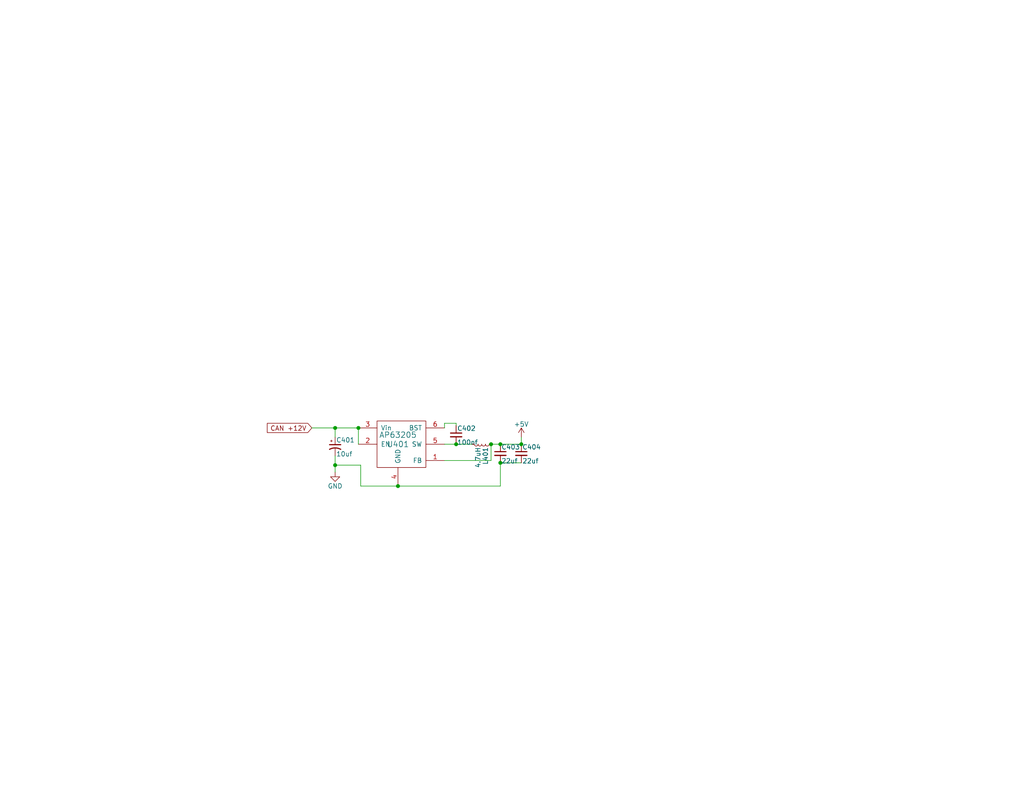
<source format=kicad_sch>
(kicad_sch (version 20211123) (generator eeschema)
  (paper "USLetter")
  (title_block (title "ESP32 S3 Multifunction Board Universal Turnout") (rev "1.0") (company "Deepwoods Software") (comment 1 "Power Supply"))
  (lib_symbols
    (symbol "ESP32-T7S3-QuadNeoPixel-rescue:+5V" (power) (pin_names (offset 0))
      (property "Value" "+5V" (at 0 3.556 0))
      (symbol "+5V_0_1"
        (polyline (pts (xy -0.762 1.27) (xy 0 2.54)))
        (polyline (pts (xy 0 0) (xy 0 2.54)))
        (polyline (pts (xy 0 2.54) (xy 0.762 1.27)))
      )
      (symbol "+5V_1_1"
        (pin power_in line (at 0 0 90) (length 0) hide (name "+5V") (number "1"))
      )
    )
    (symbol "ESP32-T7S3-QuadNeoPixel-rescue:CP1_Small" (pin_numbers hide) (pin_names (offset 0.254) hide)
      (property "Reference" "C" (at 0.254 1.778 0))
      (property "Value" "CP1_Small" (at 0.254 -2.032 0))
      (symbol "CP1_Small_0_1"
        (polyline (pts (xy -1.524 0.508) (xy 1.524 0.508)) (stroke (width 0.3048)))
        (polyline (pts (xy -1.27 1.524) (xy -0.762 1.524)))
        (polyline (pts (xy -1.016 1.27) (xy -1.016 1.778)))
        (arc (start 1.524 -0.762) (mid 0 -0.3734) (end -1.524 -0.762) (stroke (width 0.3048)))
      )
      (symbol "CP1_Small_1_1"
        (pin passive line (at 0 2.54 270) (length 2.032) (name "~") (number "1"))
        (pin passive line (at 0 -2.54 90) (length 2.032) (name "~") (number "2"))
      )
    )
    (symbol "ESP32-T7S3-QuadNeoPixel-rescue:C_Small" (pin_numbers hide) (pin_names (offset 0.254) hide)
      (property "Reference" "C" (at 0.254 1.778 0))
      (property "Value" "C_Small" (at 0.254 -2.032 0))
      (symbol "C_Small_0_1"
        (polyline (pts (xy -1.524 -0.508) (xy 1.524 -0.508)) (stroke (width 0.3302)))
        (polyline (pts (xy -1.524 0.508) (xy 1.524 0.508)) (stroke (width 0.3048)))
      )
      (symbol "C_Small_1_1"
        (pin passive line (at 0 2.54 270) (length 2.032) (name "~") (number "1"))
        (pin passive line (at 0 -2.54 90) (length 2.032) (name "~") (number "2"))
      )
    )
    (symbol "ESP32-T7S3-QuadNeoPixel-rescue:GND" (power) (pin_names (offset 0))
      (property "Value" "GND" (at 0 -3.81 0))
      (symbol "GND_0_1"
        (polyline (pts (xy 0 0) (xy 0 -1.27) (xy 1.27 -1.27) (xy 0 -2.54) (xy -1.27 -1.27) (xy 0 -1.27)))
      )
      (symbol "GND_1_1"
        (pin power_in line (at 0 0 270) (length 0) hide (name "GND") (number "1"))
      )
    )
    (symbol "ESP32-T7S3-QuadNeoPixel-rescue:L_Small" (pin_numbers hide) (pin_names (offset 0.254) hide)
      (property "Reference" "L" (at 0.762 1.016 0))
      (property "Value" "L_Small" (at 0.762 -1.016 0))
      (symbol "L_Small_0_1"
        (arc (start 0 -2.032) (mid 0.508 -1.524) (end 0 -1.016))
        (arc (start 0 -1.016) (mid 0.508 -0.508) (end 0 0))
        (arc (start 0 0) (mid 0.508 0.508) (end 0 1.016))
        (arc (start 0 1.016) (mid 0.508 1.524) (end 0 2.032))
      )
      (symbol "L_Small_1_1"
        (pin passive line (at 0 2.54 270) (length 0.508) (name "~") (number "1"))
        (pin passive line (at 0 -2.54 90) (length 0.508) (name "~") (number "2"))
      )
    )
    (symbol "ap63205:AP63205" (pin_names (offset 1.016))
      (property "Reference" "U" (at 0 0 0))
      (property "Value" "AP63205" (at 0 2.54 0))
      (symbol "AP63205_0_1"
        (rectangle (start -5.715 6.35) (end 7.62 -6.35))
      )
      (symbol "AP63205_1_1"
        (pin unspecified line (at 12.7 -4.445 180) (length 5.08) (name "FB") (number "1"))
        (pin input line (at -10.795 0 0) (length 5.08) (name "EN") (number "2"))
        (pin power_in line (at -10.795 4.445 0) (length 5.08) (name "Vin") (number "3"))
        (pin power_in line (at 0 -11.43 90) (length 5.08) (name "GND") (number "4"))
        (pin unspecified line (at 12.7 0 180) (length 5.08) (name "SW") (number "5"))
        (pin unspecified line (at 12.7 4.445 180) (length 5.08) (name "BST") (number "6"))
      )
    )
  )
  (junction (at 91.44 116.84))
  (junction (at 124.46 121.285))
  (junction (at 133.985 121.285))
  (junction (at 142.24 121.285))
  (junction (at 108.585 132.715))
  (junction (at 136.525 121.285))
  (junction (at 97.79 116.84))
  (junction (at 91.44 127))
  (junction (at 136.525 126.365))
  (wire (pts (xy 142.24 126.365) (xy 136.525 126.365)))
  (wire (pts (xy 108.585 132.715) (xy 136.525 132.715)))
  (wire (pts (xy 124.46 121.285) (xy 128.905 121.285)))
  (wire (pts (xy 97.79 116.84) (xy 97.79 121.285)))
  (wire (pts (xy 136.525 121.285) (xy 142.24 121.285)))
  (wire (pts (xy 91.44 124.46) (xy 91.44 127)))
  (wire (pts (xy 142.24 121.285) (xy 142.24 119.38)))
  (wire (pts (xy 98.425 132.715) (xy 98.425 127)))
  (wire (pts (xy 136.525 126.365) (xy 136.525 132.715)))
  (wire (pts (xy 98.425 132.715) (xy 108.585 132.715)))
  (wire (pts (xy 121.285 115.57) (xy 121.285 116.84)))
  (wire (pts (xy 121.285 121.285) (xy 124.46 121.285)))
  (wire (pts (xy 124.46 115.57) (xy 124.46 116.205)))
  (wire (pts (xy 91.44 127) (xy 91.44 128.905)))
  (wire (pts (xy 121.285 115.57) (xy 124.46 115.57)))
  (wire (pts (xy 133.985 125.73) (xy 133.985 121.285)))
  (wire (pts (xy 85.09 116.84) (xy 91.44 116.84)))
  (wire (pts (xy 133.985 125.73) (xy 121.285 125.73)))
  (wire (pts (xy 91.44 119.38) (xy 91.44 116.84)))
  (wire (pts (xy 91.44 116.84) (xy 97.79 116.84)))
  (wire (pts (xy 98.425 127) (xy 91.44 127)))
  (wire (pts (xy 133.985 121.285) (xy 136.525 121.285)))
  (global_label "CAN +12V" (shape input) (at 85.09 116.84 180) (property "Intersheet References" "${INTERSHEET_REFS}" (effects hide)))
  (symbol (lib_id "ESP32-T7S3-QuadNeoPixel-rescue:+5V") (at 142.24 119.38 0) (unit 1)
    (property "Reference" "#PWR018" (effects hide))
    (property "Value" "+5V" (at 142.24 115.824 0))
  )
  (symbol (lib_id "ap63205:AP63205") (at 108.585 121.285 0) (unit 1)
    (property "Reference" "U401" (at 108.585 121.285 0) (effects (font (size 1.524 1.524))))
    (property "Value" "AP63205" (at 108.585 118.745 0) (effects (font (size 1.524 1.524))))
    (property "Footprint" "TO_SOT_Packages_SMD:TSOT-23-6_MK06A" (effects hide))
    (property "Mouser Part Number" "621-AP63205WU-7" (effects hide))
  )
  (symbol (lib_id "ESP32-T7S3-QuadNeoPixel-rescue:CP1_Small") (at 91.44 121.92 0) (unit 1)
    (property "Reference" "C401" (at 91.694 120.142 0) (effects (justify left)))
    (property "Value" "10uf" (at 91.694 123.952 0) (effects (justify left)))
    (property "Footprint" "Capacitors_SMD:CP_Elec_5x5.3" (effects hide))
    (property "Mouser Part Number" "710-865230542002" (effects hide))
  )
  (symbol (lib_id "ESP32-T7S3-QuadNeoPixel-rescue:GND") (at 91.44 128.905 0) (unit 1)
    (property "Reference" "#PWR019" (effects hide))
    (property "Value" "GND" (at 91.44 132.715 0))
  )
  (symbol (lib_id "ESP32-T7S3-QuadNeoPixel-rescue:C_Small") (at 124.46 118.745 0) (unit 1)
    (property "Reference" "C402" (at 124.714 116.967 0) (effects (justify left)))
    (property "Value" "100nf" (at 124.714 120.777 0) (effects (justify left)))
    (property "Footprint" "Capacitors_SMD:C_0603" (effects hide))
    (property "Mouser Part Number" "710-885012206020" (effects hide))
  )
  (symbol (lib_id "ESP32-T7S3-QuadNeoPixel-rescue:L_Small") (at 131.445 121.285 270) (unit 1)
    (property "Reference" "L401" (at 132.461 122.047 0) (effects (justify left)))
    (property "Value" "4.7uH" (at 130.429 122.047 0) (effects (justify left)))
    (property "Footprint" "Inductors_SMD:L_7.3x7.3_H4.5" (effects hide))
    (property "Mouser Part Number" "81-B1047AS-4R7NP3" (effects hide))
  )
  (symbol (lib_id "ESP32-T7S3-QuadNeoPixel-rescue:C_Small") (at 136.525 123.825 0) (unit 1)
    (property "Reference" "C403" (at 136.779 122.047 0) (effects (justify left)))
    (property "Value" "22uf" (at 136.779 125.857 0) (effects (justify left)))
    (property "Footprint" "Capacitors_SMD:C_0603" (effects hide))
    (property "Mouser Part Number" "603-CC0603MRX6S5B226" (effects hide))
  )
  (symbol (lib_id "ESP32-T7S3-QuadNeoPixel-rescue:C_Small") (at 142.24 123.825 0) (unit 1)
    (property "Reference" "C404" (at 142.494 122.047 0) (effects (justify left)))
    (property "Value" "22uf" (at 142.494 125.857 0) (effects (justify left)))
    (property "Footprint" "Capacitors_SMD:C_0603" (effects hide))
    (property "Mouser Part Number" "603-CC0603MRX6S5B226" (effects hide))
  )
)
</source>
